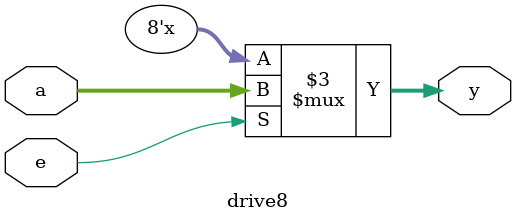
<source format=v>
`ifndef priority7
 `ifndef latchrs
  `ifndef dffrs
   `ifndef drive8
    `define priority7
    `define latchrs
    `define dffrs
    `define drive8
   `endif
  `endif
 `endif
`endif

`ifdef priority7
module priority7 ( y, a ) ;

  output reg  [2:0] y ;
  input  wire [7:1] a ;

  always @* begin
    y = 0;

    case(1)
      a[1]: y = 1;
      a[2]: y = 2;
      a[3]: y = 3;
      a[4]: y = 4;
      a[5]: y = 5;
      a[6]: y = 6;
      a[7]: y = 7;
    endcase
  end
endmodule
`endif


////////////////////////////////////////////////////////////////////////////////
// latch with active-high enable and active-low asynchronous reset and set    //
// set has priority over reset                                                //
// this is a combinational block modeling a sequential device                 //
// so must use nonblocking assignments                                        //
////////////////////////////////////////////////////////////////////////////////
`ifdef latchrs
module latchrs ( q, e, d, r, s ) ;

  output reg  q ;
  input  wire e, d, r, s ;

// do not remove comment below
// cadence async_set_reset "s, r"

  always @* begin
    if (!s) q = 1;
    else if (!r) q = 0;
    else if (e) q = d;
  end

endmodule
`endif


////////////////////////////////////////////////////////////////////////////////
// flop-flop with active-high clock and enable and                            //
// active-low asynchronous reset and set. set has priority over reset.        //
// this is a sequential block so must use nonblocking assignments             //
////////////////////////////////////////////////////////////////////////////////
`ifdef dffrs
module dffrs ( q, c, d, e, r, s ) ;

  output reg  q ;
  input  wire c, d, e, r, s ;

  always @(posedge c or negedge r or negedge s) begin
    if (!s) q <= 1;
    else if (!r) q <= 0;
    else if (e) q <= d;
  end


endmodule
`endif


////////////////////////////////////////////////////////////////////////////////
// bus driver                                                                 //
// output is high-impedance when not enabled                                  //
// this is a combinational block                                              //
////////////////////////////////////////////////////////////////////////////////
`ifdef drive8
module drive8 ( y, a, e ) ;

  output reg  [7:0] y ;
  input  wire [7:0] a ;
  input  wire       e ;


  always @* begin
    y = 8'bz;
    if (e) y = a;
  end

endmodule
`endif


</source>
